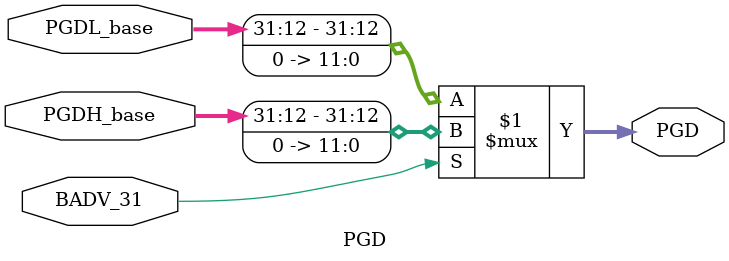
<source format=v>
module  PGD(
    input               BADV_31,
    input       [31:12] PGDL_base,
    input       [31:12] PGDH_base,

    output       [31:0] PGD
);

    assign PGD = BADV_31 ? {PGDH_base,12'd0} : {PGDL_base,12'd0};

endmodule
</source>
